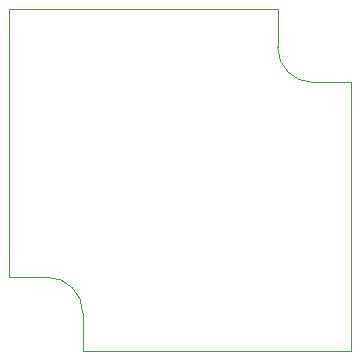
<source format=gm1>
G04 #@! TF.GenerationSoftware,KiCad,Pcbnew,(5.1.4)-1*
G04 #@! TF.CreationDate,2019-09-09T23:48:02+02:00*
G04 #@! TF.ProjectId,PTC,5054432e-6b69-4636-9164-5f7063625858,rev?*
G04 #@! TF.SameCoordinates,PXe4e1c0PY29f6300*
G04 #@! TF.FileFunction,Profile,NP*
%FSLAX46Y46*%
G04 Gerber Fmt 4.6, Leading zero omitted, Abs format (unit mm)*
G04 Created by KiCad (PCBNEW (5.1.4)-1) date 2019-09-09 23:48:02*
%MOMM*%
%LPD*%
G04 APERTURE LIST*
%ADD10C,0.050000*%
G04 APERTURE END LIST*
D10*
X3250000Y6250000D02*
G75*
G02X6250000Y3250000I0J-3000000D01*
G01*
X25750000Y22750000D02*
G75*
G02X22750000Y25750000I0J3000000D01*
G01*
X22750000Y25750000D02*
X22750000Y29000000D01*
X29000000Y22750000D02*
X25750000Y22750000D01*
X3250000Y6250000D02*
X0Y6250000D01*
X6250000Y0D02*
X6250000Y3250000D01*
X0Y6250000D02*
X0Y29000000D01*
X29000000Y0D02*
X6250000Y0D01*
X29000000Y22750000D02*
X29000000Y0D01*
X0Y29000000D02*
X22750000Y29000000D01*
M02*

</source>
